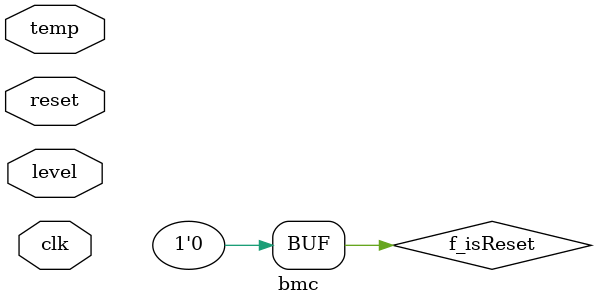
<source format=v>
/*
 *  OffCourse::Verilog
 *		- Aegir's Brewery fsm_bmc
 *
 *  Copyright: Sybe Feitsma && e.t.s.v Thor
 *  License: GPLv3 or later
 */

 module bmc(
  input clk,
  input reset,
  input [7:0] temp,
  input [7:0] level
 );

  reg f_isReset;
  initial f_isReset <= 0;
  wire heat_ref, agitate_ref, chute_ref;
  wire heat_uut, agitate_uut, chute_uut;
  wire [7:0] state_ref, state_uut;
  wire [2:0] pump_ref, pump_uut;

  brew_fsm_ref REF (
    .clk(clk),
    .reset(reset),
    .temp(temp),
    .level(level),
    .state(state_ref),
    .heat(heat_ref),
    .agitate(agitate_ref),
    .chute(chute_ref),
    .pump(pump_ref)
  );

  brew_fsm_ref UUT (
    .clk(clk),
    .reset(reset),
    .temp(temp),
    .level(level),
    .state(state_uut),
    .heat(heat_uut),
    .agitate(agitate_uut),
    .chute(chute_uut),
    .pump(pump_uut)
  );

`ifdef	FORMAL
  always @(posedge clk) begin
    if(reset)
        f_isReset <= 1;
  end

  always @(*) begin
    if(f_isReset) begin
        assert(state_ref == state_uut);
        assert(heat_ref == heat_uut);
        assert(agitate_ref == agitate_uut);
        assert(chute_ref == chute_uut);
        assert(pump_ref == pump_uut);
    end
  end
`endif
endmodule

</source>
